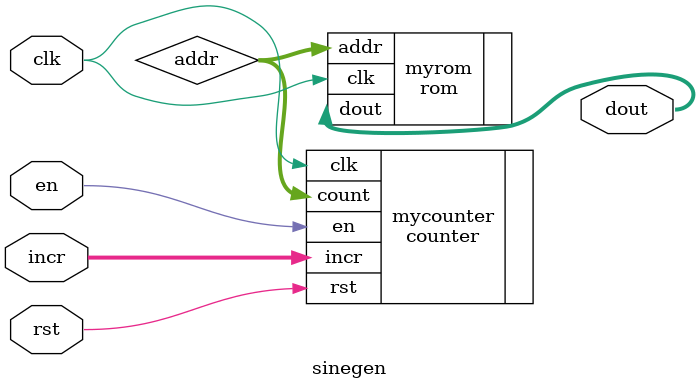
<source format=sv>
module sinegen #(
    parameter WIDTH = 8,
    ADDRESS_WIDTH = 8,
    DATA_WIDTH = 8
)(
    input logic         clk,
    input logic         rst,
    input logic         en,
    input logic         [WIDTH-1:0] incr,
    output logic       [DATA_WIDTH-1:0]   dout
   
);
    logic  [ADDRESS_WIDTH-1:0]      addr;    

counter mycounter(
  .clk (clk),
  .rst (rst),
  .en (en),
  .count (addr),
  .incr (incr)
);

rom myrom(
    .clk (clk),
    .addr (addr),
    .dout (dout)
);

endmodule




</source>
